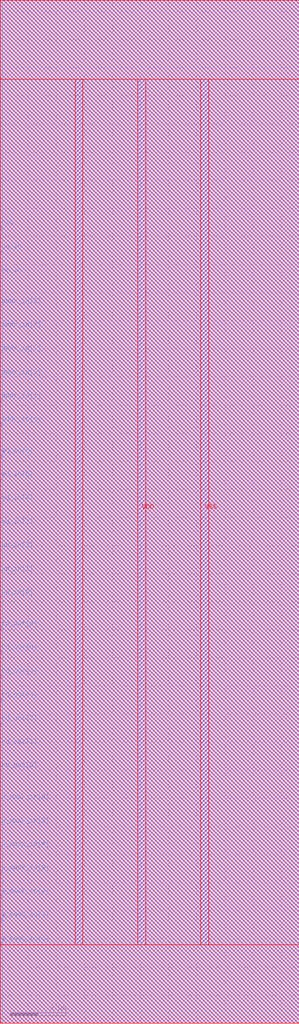
<source format=lef>
VERSION 5.7 ;
BUSBITCHARS "[]" ;
MACRO fakeram45_64x7
  FOREIGN fakeram45_64x7 0 0 ;
  SYMMETRY X Y R90 ;
  SIZE 10.640 BY 36.400 ;
  CLASS BLOCK ;
  PIN w_mask_in[0]
    DIRECTION INPUT ;
    USE SIGNAL ;
    SHAPE ABUTMENT ;
    PORT
      LAYER metal3 ;
      RECT 0.000 2.800 0.070 2.870 ;
    END
  END w_mask_in[0]
  PIN w_mask_in[1]
    DIRECTION INPUT ;
    USE SIGNAL ;
    SHAPE ABUTMENT ;
    PORT
      LAYER metal3 ;
      RECT 0.000 3.640 0.070 3.710 ;
    END
  END w_mask_in[1]
  PIN w_mask_in[2]
    DIRECTION INPUT ;
    USE SIGNAL ;
    SHAPE ABUTMENT ;
    PORT
      LAYER metal3 ;
      RECT 0.000 4.480 0.070 4.550 ;
    END
  END w_mask_in[2]
  PIN w_mask_in[3]
    DIRECTION INPUT ;
    USE SIGNAL ;
    SHAPE ABUTMENT ;
    PORT
      LAYER metal3 ;
      RECT 0.000 5.320 0.070 5.390 ;
    END
  END w_mask_in[3]
  PIN w_mask_in[4]
    DIRECTION INPUT ;
    USE SIGNAL ;
    SHAPE ABUTMENT ;
    PORT
      LAYER metal3 ;
      RECT 0.000 6.160 0.070 6.230 ;
    END
  END w_mask_in[4]
  PIN w_mask_in[5]
    DIRECTION INPUT ;
    USE SIGNAL ;
    SHAPE ABUTMENT ;
    PORT
      LAYER metal3 ;
      RECT 0.000 7.000 0.070 7.070 ;
    END
  END w_mask_in[5]
  PIN w_mask_in[6]
    DIRECTION INPUT ;
    USE SIGNAL ;
    SHAPE ABUTMENT ;
    PORT
      LAYER metal3 ;
      RECT 0.000 7.840 0.070 7.910 ;
    END
  END w_mask_in[6]
  PIN rd_out[0]
    DIRECTION OUTPUT ;
    USE SIGNAL ;
    SHAPE ABUTMENT ;
    PORT
      LAYER metal3 ;
      RECT 0.000 8.960 0.070 9.030 ;
    END
  END rd_out[0]
  PIN rd_out[1]
    DIRECTION OUTPUT ;
    USE SIGNAL ;
    SHAPE ABUTMENT ;
    PORT
      LAYER metal3 ;
      RECT 0.000 9.800 0.070 9.870 ;
    END
  END rd_out[1]
  PIN rd_out[2]
    DIRECTION OUTPUT ;
    USE SIGNAL ;
    SHAPE ABUTMENT ;
    PORT
      LAYER metal3 ;
      RECT 0.000 10.640 0.070 10.710 ;
    END
  END rd_out[2]
  PIN rd_out[3]
    DIRECTION OUTPUT ;
    USE SIGNAL ;
    SHAPE ABUTMENT ;
    PORT
      LAYER metal3 ;
      RECT 0.000 11.480 0.070 11.550 ;
    END
  END rd_out[3]
  PIN rd_out[4]
    DIRECTION OUTPUT ;
    USE SIGNAL ;
    SHAPE ABUTMENT ;
    PORT
      LAYER metal3 ;
      RECT 0.000 12.320 0.070 12.390 ;
    END
  END rd_out[4]
  PIN rd_out[5]
    DIRECTION OUTPUT ;
    USE SIGNAL ;
    SHAPE ABUTMENT ;
    PORT
      LAYER metal3 ;
      RECT 0.000 13.160 0.070 13.230 ;
    END
  END rd_out[5]
  PIN rd_out[6]
    DIRECTION OUTPUT ;
    USE SIGNAL ;
    SHAPE ABUTMENT ;
    PORT
      LAYER metal3 ;
      RECT 0.000 14.000 0.070 14.070 ;
    END
  END rd_out[6]
  PIN wd_in[0]
    DIRECTION INPUT ;
    USE SIGNAL ;
    SHAPE ABUTMENT ;
    PORT
      LAYER metal3 ;
      RECT 0.000 15.120 0.070 15.190 ;
    END
  END wd_in[0]
  PIN wd_in[1]
    DIRECTION INPUT ;
    USE SIGNAL ;
    SHAPE ABUTMENT ;
    PORT
      LAYER metal3 ;
      RECT 0.000 15.960 0.070 16.030 ;
    END
  END wd_in[1]
  PIN wd_in[2]
    DIRECTION INPUT ;
    USE SIGNAL ;
    SHAPE ABUTMENT ;
    PORT
      LAYER metal3 ;
      RECT 0.000 16.800 0.070 16.870 ;
    END
  END wd_in[2]
  PIN wd_in[3]
    DIRECTION INPUT ;
    USE SIGNAL ;
    SHAPE ABUTMENT ;
    PORT
      LAYER metal3 ;
      RECT 0.000 17.640 0.070 17.710 ;
    END
  END wd_in[3]
  PIN wd_in[4]
    DIRECTION INPUT ;
    USE SIGNAL ;
    SHAPE ABUTMENT ;
    PORT
      LAYER metal3 ;
      RECT 0.000 18.480 0.070 18.550 ;
    END
  END wd_in[4]
  PIN wd_in[5]
    DIRECTION INPUT ;
    USE SIGNAL ;
    SHAPE ABUTMENT ;
    PORT
      LAYER metal3 ;
      RECT 0.000 19.320 0.070 19.390 ;
    END
  END wd_in[5]
  PIN wd_in[6]
    DIRECTION INPUT ;
    USE SIGNAL ;
    SHAPE ABUTMENT ;
    PORT
      LAYER metal3 ;
      RECT 0.000 20.160 0.070 20.230 ;
    END
  END wd_in[6]
  PIN addr_in[0]
    DIRECTION INPUT ;
    USE SIGNAL ;
    SHAPE ABUTMENT ;
    PORT
      LAYER metal3 ;
      RECT 0.000 21.280 0.070 21.350 ;
    END
  END addr_in[0]
  PIN addr_in[1]
    DIRECTION INPUT ;
    USE SIGNAL ;
    SHAPE ABUTMENT ;
    PORT
      LAYER metal3 ;
      RECT 0.000 22.120 0.070 22.190 ;
    END
  END addr_in[1]
  PIN addr_in[2]
    DIRECTION INPUT ;
    USE SIGNAL ;
    SHAPE ABUTMENT ;
    PORT
      LAYER metal3 ;
      RECT 0.000 22.960 0.070 23.030 ;
    END
  END addr_in[2]
  PIN addr_in[3]
    DIRECTION INPUT ;
    USE SIGNAL ;
    SHAPE ABUTMENT ;
    PORT
      LAYER metal3 ;
      RECT 0.000 23.800 0.070 23.870 ;
    END
  END addr_in[3]
  PIN addr_in[4]
    DIRECTION INPUT ;
    USE SIGNAL ;
    SHAPE ABUTMENT ;
    PORT
      LAYER metal3 ;
      RECT 0.000 24.640 0.070 24.710 ;
    END
  END addr_in[4]
  PIN addr_in[5]
    DIRECTION INPUT ;
    USE SIGNAL ;
    SHAPE ABUTMENT ;
    PORT
      LAYER metal3 ;
      RECT 0.000 25.480 0.070 25.550 ;
    END
  END addr_in[5]
  PIN we_in
    DIRECTION INPUT ;
    USE SIGNAL ;
    SHAPE ABUTMENT ;
    PORT
      LAYER metal3 ;
      RECT 0.000 26.600 0.070 26.670 ;
    END
  END we_in
  PIN ce_in
    DIRECTION INPUT ;
    USE SIGNAL ;
    SHAPE ABUTMENT ;
    PORT
      LAYER metal3 ;
      RECT 0.000 27.440 0.070 27.510 ;
    END
  END ce_in
  PIN clk
    DIRECTION INPUT ;
    USE SIGNAL ;
    SHAPE ABUTMENT ;
    PORT
      LAYER metal3 ;
      RECT 0.000 28.280 0.070 28.350 ;
    END
  END clk
  PIN VSS
    DIRECTION INOUT ;
    USE GROUND ;
    PORT
      LAYER metal4 ;
      RECT 2.660 2.800 2.940 33.600 ;
      RECT 7.140 2.800 7.420 33.600 ;
    END
  END VSS
  PIN VDD
    DIRECTION INOUT ;
    USE POWER ;
    PORT
      LAYER metal4 ;
      RECT 4.900 2.800 5.180 33.600 ;
    END
  END VDD
  OBS
    LAYER metal1 ;
    RECT 0 0 10.640 36.400 ;
    LAYER metal2 ;
    RECT 0 0 10.640 36.400 ;
    LAYER metal3 ;
    RECT 0.070 0 10.640 36.400 ;
    RECT 0 0.000 0.070 2.800 ;
    RECT 0 2.870 0.070 3.640 ;
    RECT 0 3.710 0.070 4.480 ;
    RECT 0 4.550 0.070 5.320 ;
    RECT 0 5.390 0.070 6.160 ;
    RECT 0 6.230 0.070 7.000 ;
    RECT 0 7.070 0.070 7.840 ;
    RECT 0 7.910 0.070 8.960 ;
    RECT 0 9.030 0.070 9.800 ;
    RECT 0 9.870 0.070 10.640 ;
    RECT 0 10.710 0.070 11.480 ;
    RECT 0 11.550 0.070 12.320 ;
    RECT 0 12.390 0.070 13.160 ;
    RECT 0 13.230 0.070 14.000 ;
    RECT 0 14.070 0.070 15.120 ;
    RECT 0 15.190 0.070 15.960 ;
    RECT 0 16.030 0.070 16.800 ;
    RECT 0 16.870 0.070 17.640 ;
    RECT 0 17.710 0.070 18.480 ;
    RECT 0 18.550 0.070 19.320 ;
    RECT 0 19.390 0.070 20.160 ;
    RECT 0 20.230 0.070 21.280 ;
    RECT 0 21.350 0.070 22.120 ;
    RECT 0 22.190 0.070 22.960 ;
    RECT 0 23.030 0.070 23.800 ;
    RECT 0 23.870 0.070 24.640 ;
    RECT 0 24.710 0.070 25.480 ;
    RECT 0 25.550 0.070 26.600 ;
    RECT 0 26.670 0.070 27.440 ;
    RECT 0 27.510 0.070 28.280 ;
    RECT 0 28.350 0.070 36.400 ;
    LAYER metal4 ;
    RECT 0 0 10.640 2.800 ;
    RECT 0 33.600 10.640 36.400 ;
    RECT 0.000 2.800 2.660 33.600 ;
    RECT 2.940 2.800 4.900 33.600 ;
    RECT 5.180 2.800 7.140 33.600 ;
    RECT 7.420 2.800 10.640 33.600 ;
    LAYER OVERLAP ;
    RECT 0 0 10.640 36.400 ;
  END
END fakeram45_64x7

END LIBRARY

</source>
